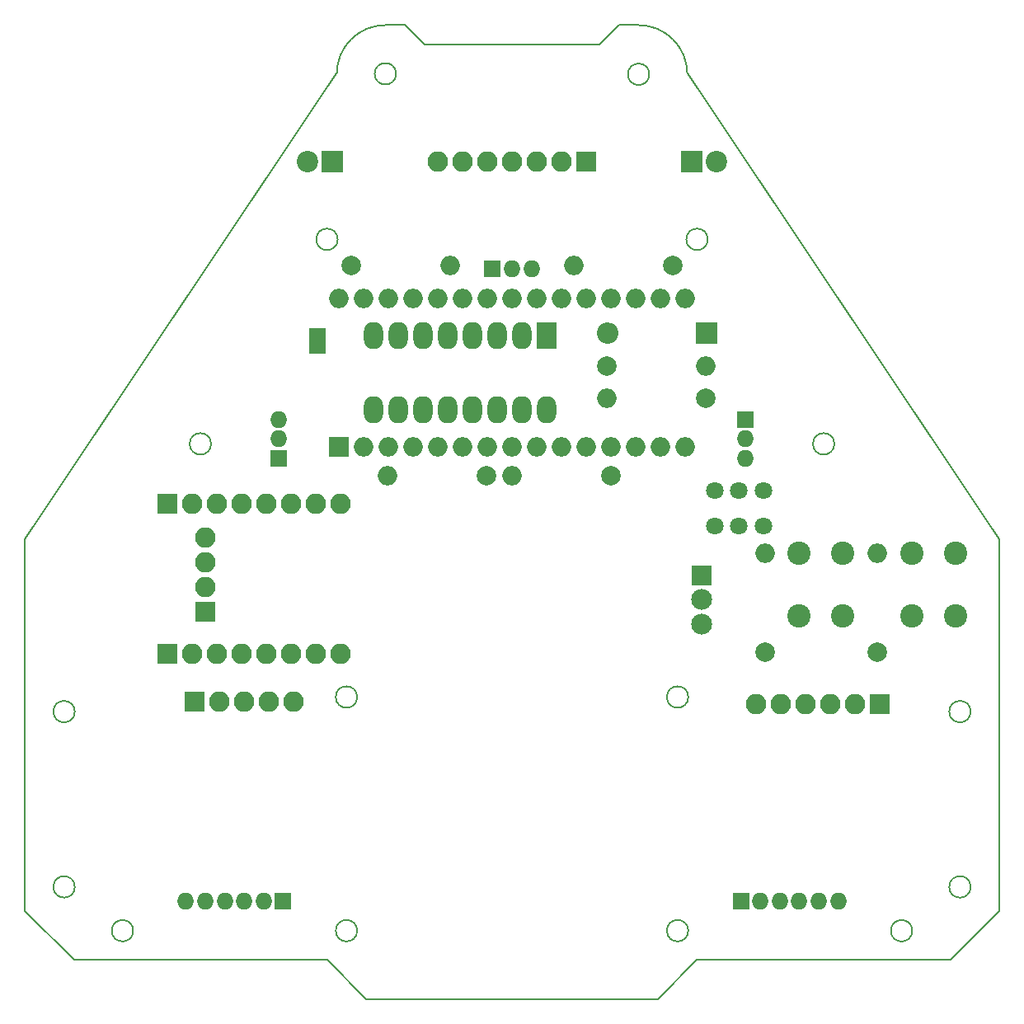
<source format=gts>
G04 #@! TF.FileFunction,Soldermask,Top*
%FSLAX46Y46*%
G04 Gerber Fmt 4.6, Leading zero omitted, Abs format (unit mm)*
G04 Created by KiCad (PCBNEW 4.0.7) date 07/12/18 19:35:41*
%MOMM*%
%LPD*%
G01*
G04 APERTURE LIST*
%ADD10C,0.100000*%
%ADD11C,0.150000*%
%ADD12R,2.000000X2.000000*%
%ADD13O,2.000000X2.000000*%
%ADD14R,2.100000X2.100000*%
%ADD15O,2.100000X2.100000*%
%ADD16R,2.200000X2.200000*%
%ADD17C,2.200000*%
%ADD18O,2.200000X2.200000*%
%ADD19R,2.150000X2.150000*%
%ADD20C,2.150000*%
%ADD21R,1.670000X1.370000*%
%ADD22C,2.000000*%
%ADD23C,1.800000*%
%ADD24R,2.000000X2.800000*%
%ADD25O,2.000000X2.800000*%
%ADD26C,2.400000*%
%ADD27R,1.750000X1.750000*%
%ADD28O,1.750000X1.750000*%
G04 APERTURE END LIST*
D10*
D11*
X61000000Y100000000D02*
X63000000Y100000000D01*
X37000000Y100000000D02*
X39000000Y100000000D01*
X59000000Y98000000D02*
X61000000Y100000000D01*
X41000000Y98000000D02*
X59000000Y98000000D01*
X39000000Y100000000D02*
X41000000Y98000000D01*
X100000000Y47200000D02*
X68000000Y95000000D01*
X68000000Y95000000D02*
G75*
G03X63000000Y100000000I-5000000J0D01*
G01*
X32000000Y95000000D02*
X0Y47200000D01*
X37000000Y100000000D02*
G75*
G03X32000000Y95000000I0J-5000000D01*
G01*
X83100000Y57000000D02*
G75*
G03X83100000Y57000000I-1100000J0D01*
G01*
X19100000Y57000000D02*
G75*
G03X19100000Y57000000I-1100000J0D01*
G01*
X70100000Y78000000D02*
G75*
G03X70100000Y78000000I-1100000J0D01*
G01*
X32100000Y78000000D02*
G75*
G03X32100000Y78000000I-1100000J0D01*
G01*
X64100000Y94950000D02*
G75*
G03X64100000Y94950000I-1100000J0D01*
G01*
X38100000Y95000000D02*
G75*
G03X38100000Y95000000I-1100000J0D01*
G01*
X34100000Y31000000D02*
G75*
G03X34100000Y31000000I-1100000J0D01*
G01*
X68100000Y31000000D02*
G75*
G03X68100000Y31000000I-1100000J0D01*
G01*
X68100000Y7000000D02*
G75*
G03X68100000Y7000000I-1100000J0D01*
G01*
X34100000Y7000000D02*
G75*
G03X34100000Y7000000I-1100000J0D01*
G01*
X91100000Y7000000D02*
G75*
G03X91100000Y7000000I-1100000J0D01*
G01*
X11100000Y7000000D02*
G75*
G03X11100000Y7000000I-1100000J0D01*
G01*
X95000000Y4000000D02*
X100000000Y9000000D01*
X69000000Y4000000D02*
X95000000Y4000000D01*
X65000000Y0D02*
X69000000Y4000000D01*
X35000000Y0D02*
X65000000Y0D01*
X5000000Y4000000D02*
X0Y9000000D01*
X31000000Y4000000D02*
X5000000Y4000000D01*
X35000000Y0D02*
X31000000Y4000000D01*
X97100000Y29500000D02*
G75*
G03X97100000Y29500000I-1100000J0D01*
G01*
X97100000Y11500000D02*
G75*
G03X97100000Y11500000I-1100000J0D01*
G01*
X5100000Y11500000D02*
G75*
G03X5100000Y11500000I-1100000J0D01*
G01*
X5100000Y29500000D02*
G75*
G03X5100000Y29500000I-1100000J0D01*
G01*
X0Y47200000D02*
X0Y9000000D01*
X100000000Y9000000D02*
X100000000Y47200000D01*
D12*
X32220000Y56660000D03*
D13*
X65240000Y71900000D03*
X34760000Y56660000D03*
X62700000Y71900000D03*
X37300000Y56660000D03*
X60160000Y71900000D03*
X39840000Y56660000D03*
X57620000Y71900000D03*
X42380000Y56660000D03*
X55080000Y71900000D03*
X44920000Y56660000D03*
X52540000Y71900000D03*
X47460000Y56660000D03*
X50000000Y71900000D03*
X50000000Y56660000D03*
X47460000Y71900000D03*
X52540000Y56660000D03*
X44920000Y71900000D03*
X55080000Y56660000D03*
X42380000Y71900000D03*
X57620000Y56660000D03*
X39840000Y71900000D03*
X60160000Y56660000D03*
X37300000Y71900000D03*
X62700000Y56660000D03*
X34760000Y71900000D03*
X65240000Y56660000D03*
X32220000Y71900000D03*
X67780000Y56660000D03*
X67780000Y71900000D03*
D14*
X14635931Y35430000D03*
D15*
X17175931Y35430000D03*
X19715931Y35430000D03*
X22255931Y35430000D03*
X24795931Y35430000D03*
X27335931Y35430000D03*
X29875931Y35430000D03*
X32415931Y35430000D03*
D16*
X31540000Y86000000D03*
D17*
X29000000Y86000000D03*
D16*
X68460000Y86000000D03*
D17*
X71000000Y86000000D03*
D16*
X70000000Y68400000D03*
D18*
X59840000Y68400000D03*
D19*
X69500000Y43500000D03*
D20*
X69500000Y41000000D03*
X69500000Y38500000D03*
D21*
X30000000Y68240000D03*
X30000000Y66960000D03*
D22*
X33500000Y75300000D03*
D13*
X43660000Y75300000D03*
D22*
X66500000Y75300000D03*
D13*
X56340000Y75300000D03*
D22*
X75950000Y35640000D03*
D13*
X75950000Y45800000D03*
D22*
X87500000Y35640000D03*
D13*
X87500000Y45800000D03*
D22*
X59740000Y65000000D03*
D13*
X69900000Y65000000D03*
D22*
X69900000Y61700000D03*
D13*
X59740000Y61700000D03*
D23*
X75800000Y48600000D03*
X75800000Y52200000D03*
X73300000Y48600000D03*
X70800000Y48600000D03*
X70800000Y52200000D03*
X73300000Y52200000D03*
D24*
X53580000Y68120000D03*
D25*
X35800000Y60500000D03*
X51040000Y68120000D03*
X38340000Y60500000D03*
X48500000Y68120000D03*
X40880000Y60500000D03*
X45960000Y68120000D03*
X43420000Y60500000D03*
X43420000Y68120000D03*
X45960000Y60500000D03*
X40880000Y68120000D03*
X48500000Y60500000D03*
X38340000Y68120000D03*
X51040000Y60500000D03*
X35800000Y68120000D03*
X53580000Y60500000D03*
D26*
X83950000Y39300000D03*
X79450000Y39300000D03*
X83950000Y45800000D03*
X79450000Y45800000D03*
X95550000Y39300000D03*
X91050000Y39300000D03*
X95550000Y45800000D03*
X91050000Y45800000D03*
D14*
X14635931Y50880839D03*
D15*
X17175931Y50880839D03*
X19715931Y50880839D03*
X22255931Y50880839D03*
X24795931Y50880839D03*
X27335931Y50880839D03*
X29875931Y50880839D03*
X32415931Y50880839D03*
D14*
X18500000Y39760000D03*
D15*
X18500000Y42300000D03*
X18500000Y44840000D03*
X18500000Y47380000D03*
D14*
X87740000Y30300000D03*
D15*
X85200000Y30300000D03*
X82660000Y30300000D03*
X80120000Y30300000D03*
X77580000Y30300000D03*
X75040000Y30300000D03*
D14*
X17420000Y30500000D03*
D15*
X19960000Y30500000D03*
X22500000Y30500000D03*
X25040000Y30500000D03*
X27580000Y30500000D03*
D27*
X26500000Y10000000D03*
D28*
X24500000Y10000000D03*
X22500000Y10000000D03*
X20500000Y10000000D03*
X18500000Y10000000D03*
X16500000Y10000000D03*
D27*
X73500000Y10000000D03*
D28*
X75500000Y10000000D03*
X77500000Y10000000D03*
X79500000Y10000000D03*
X81500000Y10000000D03*
X83500000Y10000000D03*
D27*
X26000000Y55500000D03*
D28*
X26000000Y57500000D03*
X26000000Y59500000D03*
D27*
X48000000Y75000000D03*
D28*
X50000000Y75000000D03*
X52000000Y75000000D03*
D27*
X74000000Y59500000D03*
D28*
X74000000Y57500000D03*
X74000000Y55500000D03*
D14*
X57620000Y86000000D03*
D15*
X55080000Y86000000D03*
X52540000Y86000000D03*
X50000000Y86000000D03*
X47460000Y86000000D03*
X44920000Y86000000D03*
X42380000Y86000000D03*
D22*
X47400000Y53700000D03*
D13*
X37240000Y53700000D03*
D22*
X60160000Y53700000D03*
D13*
X50000000Y53700000D03*
M02*

</source>
